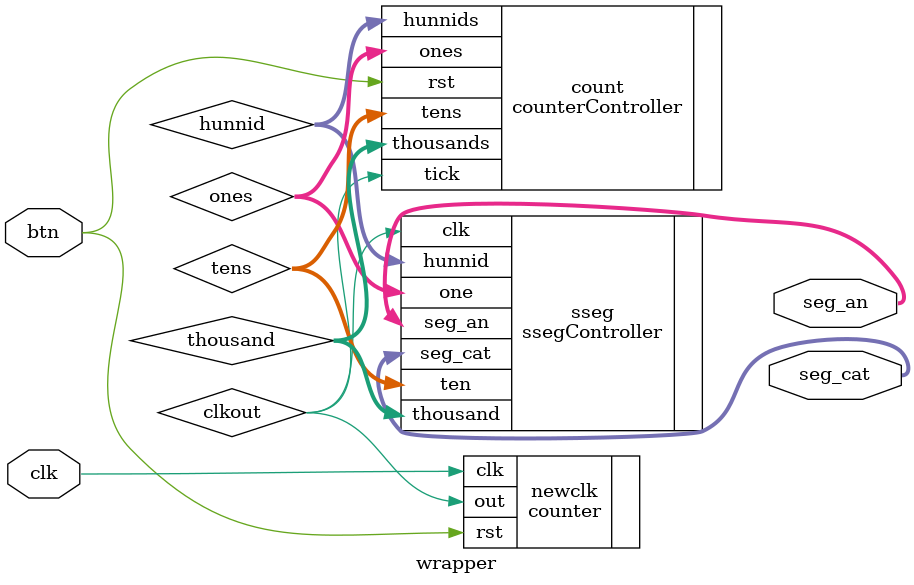
<source format=v>
`timescale 1ns / 1ps


module wrapper(
    input clk,
    input btn,
    output [3:0] seg_an,
    output [6:0] seg_cat
    );

wire clkout;
wire [3:0] ones;
wire [3:0] tens;
wire [3:0] hunnid;
wire [3:0] thousand;

counter newclk(.clk(clk), .rst(btn), .out(clkout));

counterController count(.tick(clkout), .rst(btn), .ones(ones), .tens(tens), .hunnids(hunnid), .thousands(thousand));

ssegController sseg(.one(ones), .ten(tens), .hunnid(hunnid), .thousand(thousand), .clk(clkout), .seg_an(seg_an), .seg_cat(seg_cat));


endmodule

</source>
